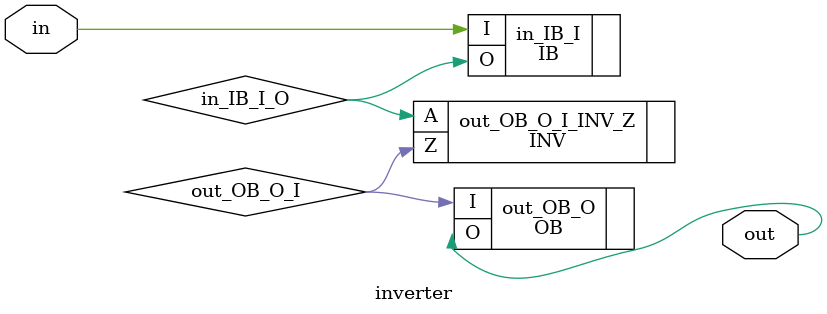
<source format=v>
/* Generated by Yosys 0.17+33 (git sha1 0b1a1a576, gcc 11.2.0-19ubuntu1 -fPIC -Os) */

(* top =  1  *)
(* src = "inverter.v:1.1-8.10" *)
module inverter(in, out);
  (* src = "inverter.v:2.14-2.16" *)
  input in;
  wire in;
  wire in_IB_I_O;
  (* src = "inverter.v:3.15-3.18" *)
  output out;
  wire out;
  wire out_OB_O_I;
  (* keep = 32'd1 *)
  IB in_IB_I (
    .I(in),
    .O(in_IB_I_O)
  );
  (* keep = 32'd1 *)
  OB out_OB_O (
    .I(out_OB_O_I),
    .O(out)
  );
  (* module_not_derived = 32'd1 *)
  (* src = "/yosys/share/nexus/cells_map.v:67.9-67.44" *)
  INV out_OB_O_I_INV_Z (
    .A(in_IB_I_O),
    .Z(out_OB_O_I)
  );
endmodule

</source>
